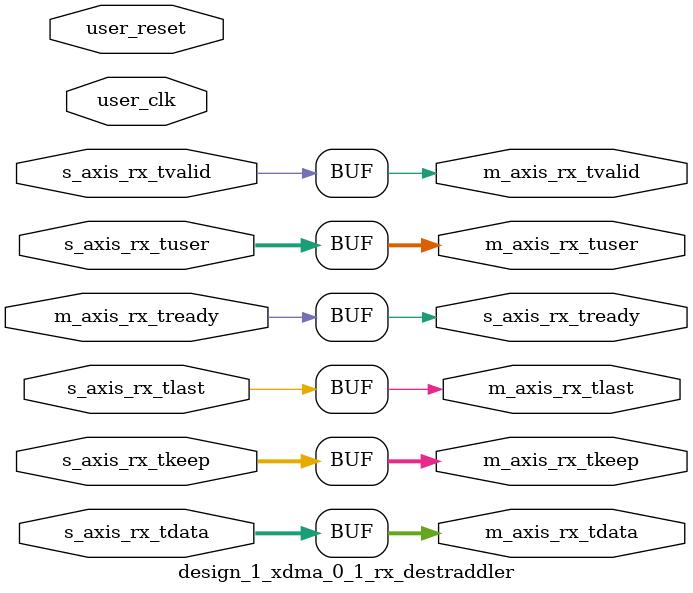
<source format=sv>


`timescale 1ps/1ps

module design_1_xdma_0_1_rx_destraddler #(
  parameter C_AXI_DATA_WIDTH = 64,                     // RX/TX interface data width
  parameter C_KEEP_WIDTH     = C_AXI_DATA_WIDTH/8,     // TKEEP width
  parameter TCQ              = 1                       // Clock to Q time

  ) (

  input                         user_clk,
  input                         user_reset,

  //-------------------------------------------------
  // AXI-S RX Interface from PCIe Hard Block
  //-------------------------------------------------
  input  [C_AXI_DATA_WIDTH-1:0] s_axis_rx_tdata,       // RX data
  input                         s_axis_rx_tvalid,      // RX data is valid
  output reg                    s_axis_rx_tready,      // RX ready for data
  input      [C_KEEP_WIDTH-1:0] s_axis_rx_tkeep,       // RX strobe byte enables
  input                         s_axis_rx_tlast,       // RX data is last
  input                  [21:0] s_axis_rx_tuser,       // RX user signals

  //-------------------------------------------------
  // AXI-S RX Interface to RX Demux
  //-------------------------------------------------
  output reg [C_AXI_DATA_WIDTH-1:0] m_axis_rx_tdata,       // RX data
  output reg                        m_axis_rx_tvalid,      // RX data is valid
  input                             m_axis_rx_tready,      // RX ready for data
  output reg    [C_KEEP_WIDTH-1:0]  m_axis_rx_tkeep,       // RX strobe byte enables
  output reg                        m_axis_rx_tlast,       // RX data is last
  output reg                [21:0]  m_axis_rx_tuser        // RX user signals

);

generate
if(C_AXI_DATA_WIDTH == 128) begin : data_width_128

  // Local parameters

  localparam NORMAL_PACKET    = 2'b00;
  localparam STRADDLED_PACKET = 2'b01;
  localparam THROTTLE_TLP     = 2'b10;

  // Wire and Register Declarations

  reg [1:0]  state;
  reg [63:0] prev_data_half;
  reg [7:0]  prev_keep_half;
  reg [21:0] prev_user_half;


  always @(posedge user_clk) begin

    if (user_reset) begin

      state <= #TCQ NORMAL_PACKET;

    end else begin

      if (m_axis_rx_tready) begin

        // Store higher DWs in case it's straddled packet
        prev_data_half <= #TCQ s_axis_rx_tdata[127:64];
        prev_keep_half <= #TCQ s_axis_rx_tkeep[15:8];
        prev_user_half <= #TCQ s_axis_rx_tuser;

        case (state)

        NORMAL_PACKET: begin

          if (s_axis_rx_tuser[14] && s_axis_rx_tuser[13]) begin // SOF && Start @ DW2/3

            state           <= #TCQ STRADDLED_PACKET;

          end

        end // NORMAL_PACKET

        STRADDLED_PACKET: begin

          if (s_axis_rx_tuser[21] && !s_axis_rx_tuser[14]) begin // EOF && !SOF

            if (s_axis_rx_tuser[20]) begin          // EOF @ DW2/3
              state           <= #TCQ THROTTLE_TLP;
            end else begin                          // EOF @ DW0/1
              state           <= #TCQ NORMAL_PACKET;
            end

          end // EOF && !SOF

          // Note for all possible conditions in this state:
          // else if EOF && SOF  : SOF can only start @ DW2/3, so EOF can only be @ DW0/1. Stay in this state
          // else if !EOF && SOF : Will never have SOF only in this state. Stay in this state
          // else if !EOF && !SOF: No change. Stay in this state

        end // STRADDLED_PACKET

        THROTTLE_TLP: begin

          state <= #TCQ NORMAL_PACKET;

        end // THROTTLE_TLP

        default: begin

          state <= #TCQ NORMAL_PACKET;

        end // default

        endcase

      end // s_axis_rx_tready
    end // reset
  end // always

  always @(*) begin

      case (state)

      NORMAL_PACKET: begin

        m_axis_rx_tdata  = s_axis_rx_tdata;
        m_axis_rx_tvalid = s_axis_rx_tvalid;
        s_axis_rx_tready = m_axis_rx_tready;
        m_axis_rx_tkeep  =   (s_axis_rx_tuser[20:19] == 2'b00) ? 16'h000F :
                           ( (s_axis_rx_tuser[20:19] == 2'b01) ? 16'h00FF :
                           ( (s_axis_rx_tuser[20:19] == 2'b10) ? 16'h0FFF :
                                                                 16'hFFFF ));

        m_axis_rx_tlast  = s_axis_rx_tuser[21];

        // If EOF or (EOF and SOF), zero out SOF field. If SOF, the EOF field is already zero in this state
        m_axis_rx_tuser  = s_axis_rx_tuser[21] ? ( {s_axis_rx_tuser[21:15], 5'b0, s_axis_rx_tuser[9:0]} ) :
                                                 ( s_axis_rx_tuser                                      ) ;

      end

      STRADDLED_PACKET: begin

        m_axis_rx_tdata  = {s_axis_rx_tdata[63:0], prev_data_half};
        m_axis_rx_tvalid = s_axis_rx_tvalid;
        s_axis_rx_tready = m_axis_rx_tready;

        m_axis_rx_tkeep  = { ((s_axis_rx_tuser[20:19] == 2'b00) ? 8'h0F : 8'hFF),
                             8'hFF
                           };

        m_axis_rx_tlast  = (s_axis_rx_tuser[21] && s_axis_rx_tuser[20]) ? 1'b0 : 1'b1;

        // If SOF seen previously, zero out EOF. If EOF or (EOF and SOF) currently, zero out SOF field.
        m_axis_rx_tuser  = prev_user_half[14] ? {5'b0, prev_user_half[16:0]} :
                                                ( s_axis_rx_tuser[21] ? ( {s_axis_rx_tuser[21:15], 5'b0, s_axis_rx_tuser[9:0]} ) :
                                                                        ( s_axis_rx_tuser                                      )
                                                );

      end

      THROTTLE_TLP: begin

        m_axis_rx_tdata  = {64'h0, prev_data_half};
        m_axis_rx_tvalid = 1'b1;
        s_axis_rx_tready = 1'b0;

        m_axis_rx_tkeep  = { 8'h0, 
                             ((prev_user_half[20:19] == 2'b00) ? 8'h0F : 8'hFF)
                           };

        m_axis_rx_tlast  = 1'b1;
        m_axis_rx_tuser  = {prev_user_half[21:15], 5'b0, prev_user_half[9:0]}; // Zero out SOF field

      end

      default: begin

        m_axis_rx_tdata  = s_axis_rx_tdata;
        m_axis_rx_tvalid = s_axis_rx_tvalid;
        s_axis_rx_tready = m_axis_rx_tready;
        m_axis_rx_tkeep  = s_axis_rx_tkeep;
        m_axis_rx_tlast  = s_axis_rx_tuser[21];
        m_axis_rx_tuser  = s_axis_rx_tuser;

      end

      endcase

  end // always

end // data_width_128
else begin: data_width_64

  // No straddling in 64-bit mode. Pass through all signals as is
  always @(*) begin

    m_axis_rx_tdata  = s_axis_rx_tdata;
    m_axis_rx_tvalid = s_axis_rx_tvalid;
    s_axis_rx_tready = m_axis_rx_tready;
    m_axis_rx_tkeep  = s_axis_rx_tkeep;
    m_axis_rx_tlast  = s_axis_rx_tlast;
    m_axis_rx_tuser  = s_axis_rx_tuser;

  end // always

end // data_width_64
endgenerate

endmodule

</source>
